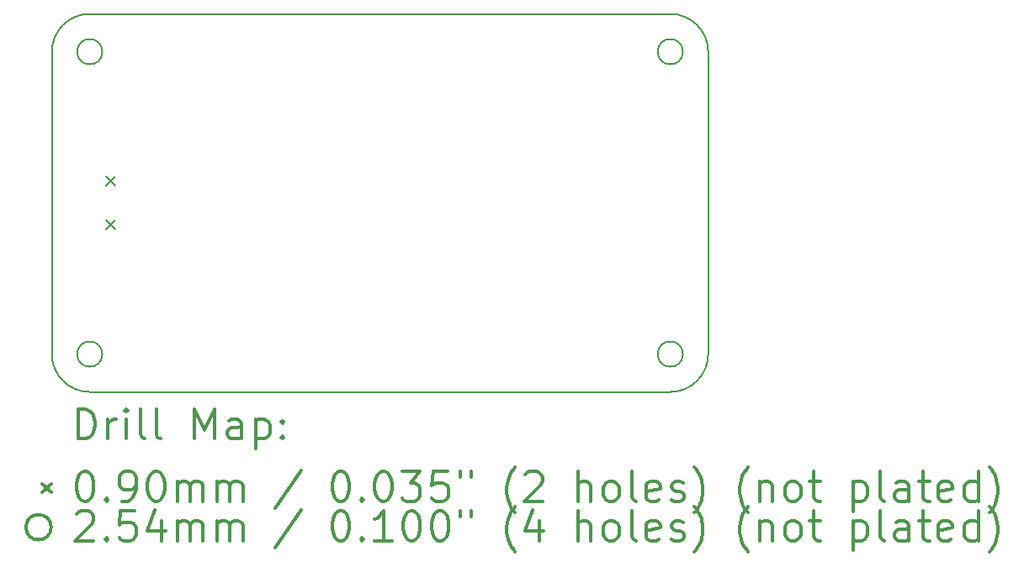
<source format=gbr>
%FSLAX45Y45*%
G04 Gerber Fmt 4.5, Leading zero omitted, Abs format (unit mm)*
G04 Created by KiCad (PCBNEW 4.0.2+dfsg1-stable) date Fri 29 Jul 2016 09:24:40 AM CST*
%MOMM*%
G01*
G04 APERTURE LIST*
%ADD10C,0.127000*%
%ADD11C,0.150000*%
%ADD12C,0.200000*%
%ADD13C,0.300000*%
G04 APERTURE END LIST*
D10*
D11*
X18161000Y-13462000D02*
X17399000Y-13462000D01*
X18542000Y-13081000D02*
X18542000Y-12446000D01*
X18161000Y-13462000D02*
G75*
G03X18542000Y-13081000I0J381000D01*
G01*
X18161000Y-9652000D02*
X17399000Y-9652000D01*
X18542000Y-10033000D02*
X18542000Y-10541000D01*
X18542000Y-10033000D02*
G75*
G03X18161000Y-9652000I-381000J0D01*
G01*
X11938000Y-10033000D02*
X11938000Y-10160000D01*
X12319000Y-9652000D02*
X12700000Y-9652000D01*
X12319000Y-9652000D02*
G75*
G03X11938000Y-10033000I0J-381000D01*
G01*
X11938000Y-13081000D02*
X11938000Y-12954000D01*
X12573000Y-13462000D02*
X12319000Y-13462000D01*
X11938000Y-13081000D02*
G75*
G03X12319000Y-13462000I381000J0D01*
G01*
X13208000Y-13462000D02*
X12573000Y-13462000D01*
X13208000Y-13462000D02*
X17399000Y-13462000D01*
X18542000Y-10541000D02*
X18542000Y-12446000D01*
X14224000Y-9652000D02*
X17399000Y-9652000D01*
X14224000Y-9652000D02*
X12700000Y-9652000D01*
X11938000Y-10160000D02*
X11938000Y-12954000D01*
D12*
X12486132Y-11292078D02*
X12576048Y-11381994D01*
X12576048Y-11292078D02*
X12486132Y-11381994D01*
X12486132Y-11732006D02*
X12576048Y-11821922D01*
X12576048Y-11732006D02*
X12486132Y-11821922D01*
X12446000Y-10033000D02*
G75*
G03X12446000Y-10033000I-127000J0D01*
G01*
X12446000Y-13081000D02*
G75*
G03X12446000Y-13081000I-127000J0D01*
G01*
X18288000Y-10033000D02*
G75*
G03X18288000Y-10033000I-127000J0D01*
G01*
X18288000Y-13081000D02*
G75*
G03X18288000Y-13081000I-127000J0D01*
G01*
D13*
X12201928Y-13935214D02*
X12201928Y-13635214D01*
X12273357Y-13635214D01*
X12316214Y-13649500D01*
X12344786Y-13678071D01*
X12359071Y-13706643D01*
X12373357Y-13763786D01*
X12373357Y-13806643D01*
X12359071Y-13863786D01*
X12344786Y-13892357D01*
X12316214Y-13920929D01*
X12273357Y-13935214D01*
X12201928Y-13935214D01*
X12501928Y-13935214D02*
X12501928Y-13735214D01*
X12501928Y-13792357D02*
X12516214Y-13763786D01*
X12530500Y-13749500D01*
X12559071Y-13735214D01*
X12587643Y-13735214D01*
X12687643Y-13935214D02*
X12687643Y-13735214D01*
X12687643Y-13635214D02*
X12673357Y-13649500D01*
X12687643Y-13663786D01*
X12701928Y-13649500D01*
X12687643Y-13635214D01*
X12687643Y-13663786D01*
X12873357Y-13935214D02*
X12844786Y-13920929D01*
X12830500Y-13892357D01*
X12830500Y-13635214D01*
X13030500Y-13935214D02*
X13001928Y-13920929D01*
X12987643Y-13892357D01*
X12987643Y-13635214D01*
X13373357Y-13935214D02*
X13373357Y-13635214D01*
X13473357Y-13849500D01*
X13573357Y-13635214D01*
X13573357Y-13935214D01*
X13844786Y-13935214D02*
X13844786Y-13778071D01*
X13830500Y-13749500D01*
X13801928Y-13735214D01*
X13744786Y-13735214D01*
X13716214Y-13749500D01*
X13844786Y-13920929D02*
X13816214Y-13935214D01*
X13744786Y-13935214D01*
X13716214Y-13920929D01*
X13701928Y-13892357D01*
X13701928Y-13863786D01*
X13716214Y-13835214D01*
X13744786Y-13820929D01*
X13816214Y-13820929D01*
X13844786Y-13806643D01*
X13987643Y-13735214D02*
X13987643Y-14035214D01*
X13987643Y-13749500D02*
X14016214Y-13735214D01*
X14073357Y-13735214D01*
X14101928Y-13749500D01*
X14116214Y-13763786D01*
X14130500Y-13792357D01*
X14130500Y-13878071D01*
X14116214Y-13906643D01*
X14101928Y-13920929D01*
X14073357Y-13935214D01*
X14016214Y-13935214D01*
X13987643Y-13920929D01*
X14259071Y-13906643D02*
X14273357Y-13920929D01*
X14259071Y-13935214D01*
X14244786Y-13920929D01*
X14259071Y-13906643D01*
X14259071Y-13935214D01*
X14259071Y-13749500D02*
X14273357Y-13763786D01*
X14259071Y-13778071D01*
X14244786Y-13763786D01*
X14259071Y-13749500D01*
X14259071Y-13778071D01*
X11840584Y-14384542D02*
X11930500Y-14474458D01*
X11930500Y-14384542D02*
X11840584Y-14474458D01*
X12259071Y-14265214D02*
X12287643Y-14265214D01*
X12316214Y-14279500D01*
X12330500Y-14293786D01*
X12344786Y-14322357D01*
X12359071Y-14379500D01*
X12359071Y-14450929D01*
X12344786Y-14508071D01*
X12330500Y-14536643D01*
X12316214Y-14550929D01*
X12287643Y-14565214D01*
X12259071Y-14565214D01*
X12230500Y-14550929D01*
X12216214Y-14536643D01*
X12201928Y-14508071D01*
X12187643Y-14450929D01*
X12187643Y-14379500D01*
X12201928Y-14322357D01*
X12216214Y-14293786D01*
X12230500Y-14279500D01*
X12259071Y-14265214D01*
X12487643Y-14536643D02*
X12501928Y-14550929D01*
X12487643Y-14565214D01*
X12473357Y-14550929D01*
X12487643Y-14536643D01*
X12487643Y-14565214D01*
X12644786Y-14565214D02*
X12701928Y-14565214D01*
X12730500Y-14550929D01*
X12744786Y-14536643D01*
X12773357Y-14493786D01*
X12787643Y-14436643D01*
X12787643Y-14322357D01*
X12773357Y-14293786D01*
X12759071Y-14279500D01*
X12730500Y-14265214D01*
X12673357Y-14265214D01*
X12644786Y-14279500D01*
X12630500Y-14293786D01*
X12616214Y-14322357D01*
X12616214Y-14393786D01*
X12630500Y-14422357D01*
X12644786Y-14436643D01*
X12673357Y-14450929D01*
X12730500Y-14450929D01*
X12759071Y-14436643D01*
X12773357Y-14422357D01*
X12787643Y-14393786D01*
X12973357Y-14265214D02*
X13001928Y-14265214D01*
X13030500Y-14279500D01*
X13044786Y-14293786D01*
X13059071Y-14322357D01*
X13073357Y-14379500D01*
X13073357Y-14450929D01*
X13059071Y-14508071D01*
X13044786Y-14536643D01*
X13030500Y-14550929D01*
X13001928Y-14565214D01*
X12973357Y-14565214D01*
X12944786Y-14550929D01*
X12930500Y-14536643D01*
X12916214Y-14508071D01*
X12901928Y-14450929D01*
X12901928Y-14379500D01*
X12916214Y-14322357D01*
X12930500Y-14293786D01*
X12944786Y-14279500D01*
X12973357Y-14265214D01*
X13201928Y-14565214D02*
X13201928Y-14365214D01*
X13201928Y-14393786D02*
X13216214Y-14379500D01*
X13244786Y-14365214D01*
X13287643Y-14365214D01*
X13316214Y-14379500D01*
X13330500Y-14408071D01*
X13330500Y-14565214D01*
X13330500Y-14408071D02*
X13344786Y-14379500D01*
X13373357Y-14365214D01*
X13416214Y-14365214D01*
X13444786Y-14379500D01*
X13459071Y-14408071D01*
X13459071Y-14565214D01*
X13601928Y-14565214D02*
X13601928Y-14365214D01*
X13601928Y-14393786D02*
X13616214Y-14379500D01*
X13644786Y-14365214D01*
X13687643Y-14365214D01*
X13716214Y-14379500D01*
X13730500Y-14408071D01*
X13730500Y-14565214D01*
X13730500Y-14408071D02*
X13744786Y-14379500D01*
X13773357Y-14365214D01*
X13816214Y-14365214D01*
X13844786Y-14379500D01*
X13859071Y-14408071D01*
X13859071Y-14565214D01*
X14444786Y-14250929D02*
X14187643Y-14636643D01*
X14830500Y-14265214D02*
X14859071Y-14265214D01*
X14887643Y-14279500D01*
X14901928Y-14293786D01*
X14916214Y-14322357D01*
X14930500Y-14379500D01*
X14930500Y-14450929D01*
X14916214Y-14508071D01*
X14901928Y-14536643D01*
X14887643Y-14550929D01*
X14859071Y-14565214D01*
X14830500Y-14565214D01*
X14801928Y-14550929D01*
X14787643Y-14536643D01*
X14773357Y-14508071D01*
X14759071Y-14450929D01*
X14759071Y-14379500D01*
X14773357Y-14322357D01*
X14787643Y-14293786D01*
X14801928Y-14279500D01*
X14830500Y-14265214D01*
X15059071Y-14536643D02*
X15073357Y-14550929D01*
X15059071Y-14565214D01*
X15044786Y-14550929D01*
X15059071Y-14536643D01*
X15059071Y-14565214D01*
X15259071Y-14265214D02*
X15287643Y-14265214D01*
X15316214Y-14279500D01*
X15330500Y-14293786D01*
X15344785Y-14322357D01*
X15359071Y-14379500D01*
X15359071Y-14450929D01*
X15344785Y-14508071D01*
X15330500Y-14536643D01*
X15316214Y-14550929D01*
X15287643Y-14565214D01*
X15259071Y-14565214D01*
X15230500Y-14550929D01*
X15216214Y-14536643D01*
X15201928Y-14508071D01*
X15187643Y-14450929D01*
X15187643Y-14379500D01*
X15201928Y-14322357D01*
X15216214Y-14293786D01*
X15230500Y-14279500D01*
X15259071Y-14265214D01*
X15459071Y-14265214D02*
X15644785Y-14265214D01*
X15544785Y-14379500D01*
X15587643Y-14379500D01*
X15616214Y-14393786D01*
X15630500Y-14408071D01*
X15644785Y-14436643D01*
X15644785Y-14508071D01*
X15630500Y-14536643D01*
X15616214Y-14550929D01*
X15587643Y-14565214D01*
X15501928Y-14565214D01*
X15473357Y-14550929D01*
X15459071Y-14536643D01*
X15916214Y-14265214D02*
X15773357Y-14265214D01*
X15759071Y-14408071D01*
X15773357Y-14393786D01*
X15801928Y-14379500D01*
X15873357Y-14379500D01*
X15901928Y-14393786D01*
X15916214Y-14408071D01*
X15930500Y-14436643D01*
X15930500Y-14508071D01*
X15916214Y-14536643D01*
X15901928Y-14550929D01*
X15873357Y-14565214D01*
X15801928Y-14565214D01*
X15773357Y-14550929D01*
X15759071Y-14536643D01*
X16044786Y-14265214D02*
X16044786Y-14322357D01*
X16159071Y-14265214D02*
X16159071Y-14322357D01*
X16601928Y-14679500D02*
X16587643Y-14665214D01*
X16559071Y-14622357D01*
X16544785Y-14593786D01*
X16530500Y-14550929D01*
X16516214Y-14479500D01*
X16516214Y-14422357D01*
X16530500Y-14350929D01*
X16544785Y-14308071D01*
X16559071Y-14279500D01*
X16587643Y-14236643D01*
X16601928Y-14222357D01*
X16701928Y-14293786D02*
X16716214Y-14279500D01*
X16744785Y-14265214D01*
X16816214Y-14265214D01*
X16844786Y-14279500D01*
X16859071Y-14293786D01*
X16873357Y-14322357D01*
X16873357Y-14350929D01*
X16859071Y-14393786D01*
X16687643Y-14565214D01*
X16873357Y-14565214D01*
X17230500Y-14565214D02*
X17230500Y-14265214D01*
X17359071Y-14565214D02*
X17359071Y-14408071D01*
X17344786Y-14379500D01*
X17316214Y-14365214D01*
X17273357Y-14365214D01*
X17244786Y-14379500D01*
X17230500Y-14393786D01*
X17544786Y-14565214D02*
X17516214Y-14550929D01*
X17501928Y-14536643D01*
X17487643Y-14508071D01*
X17487643Y-14422357D01*
X17501928Y-14393786D01*
X17516214Y-14379500D01*
X17544786Y-14365214D01*
X17587643Y-14365214D01*
X17616214Y-14379500D01*
X17630500Y-14393786D01*
X17644786Y-14422357D01*
X17644786Y-14508071D01*
X17630500Y-14536643D01*
X17616214Y-14550929D01*
X17587643Y-14565214D01*
X17544786Y-14565214D01*
X17816214Y-14565214D02*
X17787643Y-14550929D01*
X17773357Y-14522357D01*
X17773357Y-14265214D01*
X18044786Y-14550929D02*
X18016214Y-14565214D01*
X17959071Y-14565214D01*
X17930500Y-14550929D01*
X17916214Y-14522357D01*
X17916214Y-14408071D01*
X17930500Y-14379500D01*
X17959071Y-14365214D01*
X18016214Y-14365214D01*
X18044786Y-14379500D01*
X18059071Y-14408071D01*
X18059071Y-14436643D01*
X17916214Y-14465214D01*
X18173357Y-14550929D02*
X18201929Y-14565214D01*
X18259071Y-14565214D01*
X18287643Y-14550929D01*
X18301929Y-14522357D01*
X18301929Y-14508071D01*
X18287643Y-14479500D01*
X18259071Y-14465214D01*
X18216214Y-14465214D01*
X18187643Y-14450929D01*
X18173357Y-14422357D01*
X18173357Y-14408071D01*
X18187643Y-14379500D01*
X18216214Y-14365214D01*
X18259071Y-14365214D01*
X18287643Y-14379500D01*
X18401928Y-14679500D02*
X18416214Y-14665214D01*
X18444786Y-14622357D01*
X18459071Y-14593786D01*
X18473357Y-14550929D01*
X18487643Y-14479500D01*
X18487643Y-14422357D01*
X18473357Y-14350929D01*
X18459071Y-14308071D01*
X18444786Y-14279500D01*
X18416214Y-14236643D01*
X18401928Y-14222357D01*
X18944786Y-14679500D02*
X18930500Y-14665214D01*
X18901928Y-14622357D01*
X18887643Y-14593786D01*
X18873357Y-14550929D01*
X18859071Y-14479500D01*
X18859071Y-14422357D01*
X18873357Y-14350929D01*
X18887643Y-14308071D01*
X18901928Y-14279500D01*
X18930500Y-14236643D01*
X18944786Y-14222357D01*
X19059071Y-14365214D02*
X19059071Y-14565214D01*
X19059071Y-14393786D02*
X19073357Y-14379500D01*
X19101928Y-14365214D01*
X19144786Y-14365214D01*
X19173357Y-14379500D01*
X19187643Y-14408071D01*
X19187643Y-14565214D01*
X19373357Y-14565214D02*
X19344786Y-14550929D01*
X19330500Y-14536643D01*
X19316214Y-14508071D01*
X19316214Y-14422357D01*
X19330500Y-14393786D01*
X19344786Y-14379500D01*
X19373357Y-14365214D01*
X19416214Y-14365214D01*
X19444786Y-14379500D01*
X19459071Y-14393786D01*
X19473357Y-14422357D01*
X19473357Y-14508071D01*
X19459071Y-14536643D01*
X19444786Y-14550929D01*
X19416214Y-14565214D01*
X19373357Y-14565214D01*
X19559071Y-14365214D02*
X19673357Y-14365214D01*
X19601929Y-14265214D02*
X19601929Y-14522357D01*
X19616214Y-14550929D01*
X19644786Y-14565214D01*
X19673357Y-14565214D01*
X20001929Y-14365214D02*
X20001929Y-14665214D01*
X20001929Y-14379500D02*
X20030500Y-14365214D01*
X20087643Y-14365214D01*
X20116214Y-14379500D01*
X20130500Y-14393786D01*
X20144786Y-14422357D01*
X20144786Y-14508071D01*
X20130500Y-14536643D01*
X20116214Y-14550929D01*
X20087643Y-14565214D01*
X20030500Y-14565214D01*
X20001929Y-14550929D01*
X20316214Y-14565214D02*
X20287643Y-14550929D01*
X20273357Y-14522357D01*
X20273357Y-14265214D01*
X20559071Y-14565214D02*
X20559071Y-14408071D01*
X20544786Y-14379500D01*
X20516214Y-14365214D01*
X20459071Y-14365214D01*
X20430500Y-14379500D01*
X20559071Y-14550929D02*
X20530500Y-14565214D01*
X20459071Y-14565214D01*
X20430500Y-14550929D01*
X20416214Y-14522357D01*
X20416214Y-14493786D01*
X20430500Y-14465214D01*
X20459071Y-14450929D01*
X20530500Y-14450929D01*
X20559071Y-14436643D01*
X20659071Y-14365214D02*
X20773357Y-14365214D01*
X20701929Y-14265214D02*
X20701929Y-14522357D01*
X20716214Y-14550929D01*
X20744786Y-14565214D01*
X20773357Y-14565214D01*
X20987643Y-14550929D02*
X20959072Y-14565214D01*
X20901929Y-14565214D01*
X20873357Y-14550929D01*
X20859072Y-14522357D01*
X20859072Y-14408071D01*
X20873357Y-14379500D01*
X20901929Y-14365214D01*
X20959072Y-14365214D01*
X20987643Y-14379500D01*
X21001929Y-14408071D01*
X21001929Y-14436643D01*
X20859072Y-14465214D01*
X21259072Y-14565214D02*
X21259072Y-14265214D01*
X21259072Y-14550929D02*
X21230500Y-14565214D01*
X21173357Y-14565214D01*
X21144786Y-14550929D01*
X21130500Y-14536643D01*
X21116214Y-14508071D01*
X21116214Y-14422357D01*
X21130500Y-14393786D01*
X21144786Y-14379500D01*
X21173357Y-14365214D01*
X21230500Y-14365214D01*
X21259072Y-14379500D01*
X21373357Y-14679500D02*
X21387643Y-14665214D01*
X21416214Y-14622357D01*
X21430500Y-14593786D01*
X21444786Y-14550929D01*
X21459072Y-14479500D01*
X21459072Y-14422357D01*
X21444786Y-14350929D01*
X21430500Y-14308071D01*
X21416214Y-14279500D01*
X21387643Y-14236643D01*
X21373357Y-14222357D01*
X11930500Y-14825500D02*
G75*
G03X11930500Y-14825500I-127000J0D01*
G01*
X12187643Y-14689786D02*
X12201928Y-14675500D01*
X12230500Y-14661214D01*
X12301928Y-14661214D01*
X12330500Y-14675500D01*
X12344786Y-14689786D01*
X12359071Y-14718357D01*
X12359071Y-14746929D01*
X12344786Y-14789786D01*
X12173357Y-14961214D01*
X12359071Y-14961214D01*
X12487643Y-14932643D02*
X12501928Y-14946929D01*
X12487643Y-14961214D01*
X12473357Y-14946929D01*
X12487643Y-14932643D01*
X12487643Y-14961214D01*
X12773357Y-14661214D02*
X12630500Y-14661214D01*
X12616214Y-14804071D01*
X12630500Y-14789786D01*
X12659071Y-14775500D01*
X12730500Y-14775500D01*
X12759071Y-14789786D01*
X12773357Y-14804071D01*
X12787643Y-14832643D01*
X12787643Y-14904071D01*
X12773357Y-14932643D01*
X12759071Y-14946929D01*
X12730500Y-14961214D01*
X12659071Y-14961214D01*
X12630500Y-14946929D01*
X12616214Y-14932643D01*
X13044786Y-14761214D02*
X13044786Y-14961214D01*
X12973357Y-14646929D02*
X12901928Y-14861214D01*
X13087643Y-14861214D01*
X13201928Y-14961214D02*
X13201928Y-14761214D01*
X13201928Y-14789786D02*
X13216214Y-14775500D01*
X13244786Y-14761214D01*
X13287643Y-14761214D01*
X13316214Y-14775500D01*
X13330500Y-14804071D01*
X13330500Y-14961214D01*
X13330500Y-14804071D02*
X13344786Y-14775500D01*
X13373357Y-14761214D01*
X13416214Y-14761214D01*
X13444786Y-14775500D01*
X13459071Y-14804071D01*
X13459071Y-14961214D01*
X13601928Y-14961214D02*
X13601928Y-14761214D01*
X13601928Y-14789786D02*
X13616214Y-14775500D01*
X13644786Y-14761214D01*
X13687643Y-14761214D01*
X13716214Y-14775500D01*
X13730500Y-14804071D01*
X13730500Y-14961214D01*
X13730500Y-14804071D02*
X13744786Y-14775500D01*
X13773357Y-14761214D01*
X13816214Y-14761214D01*
X13844786Y-14775500D01*
X13859071Y-14804071D01*
X13859071Y-14961214D01*
X14444786Y-14646929D02*
X14187643Y-15032643D01*
X14830500Y-14661214D02*
X14859071Y-14661214D01*
X14887643Y-14675500D01*
X14901928Y-14689786D01*
X14916214Y-14718357D01*
X14930500Y-14775500D01*
X14930500Y-14846929D01*
X14916214Y-14904071D01*
X14901928Y-14932643D01*
X14887643Y-14946929D01*
X14859071Y-14961214D01*
X14830500Y-14961214D01*
X14801928Y-14946929D01*
X14787643Y-14932643D01*
X14773357Y-14904071D01*
X14759071Y-14846929D01*
X14759071Y-14775500D01*
X14773357Y-14718357D01*
X14787643Y-14689786D01*
X14801928Y-14675500D01*
X14830500Y-14661214D01*
X15059071Y-14932643D02*
X15073357Y-14946929D01*
X15059071Y-14961214D01*
X15044786Y-14946929D01*
X15059071Y-14932643D01*
X15059071Y-14961214D01*
X15359071Y-14961214D02*
X15187643Y-14961214D01*
X15273357Y-14961214D02*
X15273357Y-14661214D01*
X15244785Y-14704071D01*
X15216214Y-14732643D01*
X15187643Y-14746929D01*
X15544785Y-14661214D02*
X15573357Y-14661214D01*
X15601928Y-14675500D01*
X15616214Y-14689786D01*
X15630500Y-14718357D01*
X15644785Y-14775500D01*
X15644785Y-14846929D01*
X15630500Y-14904071D01*
X15616214Y-14932643D01*
X15601928Y-14946929D01*
X15573357Y-14961214D01*
X15544785Y-14961214D01*
X15516214Y-14946929D01*
X15501928Y-14932643D01*
X15487643Y-14904071D01*
X15473357Y-14846929D01*
X15473357Y-14775500D01*
X15487643Y-14718357D01*
X15501928Y-14689786D01*
X15516214Y-14675500D01*
X15544785Y-14661214D01*
X15830500Y-14661214D02*
X15859071Y-14661214D01*
X15887643Y-14675500D01*
X15901928Y-14689786D01*
X15916214Y-14718357D01*
X15930500Y-14775500D01*
X15930500Y-14846929D01*
X15916214Y-14904071D01*
X15901928Y-14932643D01*
X15887643Y-14946929D01*
X15859071Y-14961214D01*
X15830500Y-14961214D01*
X15801928Y-14946929D01*
X15787643Y-14932643D01*
X15773357Y-14904071D01*
X15759071Y-14846929D01*
X15759071Y-14775500D01*
X15773357Y-14718357D01*
X15787643Y-14689786D01*
X15801928Y-14675500D01*
X15830500Y-14661214D01*
X16044786Y-14661214D02*
X16044786Y-14718357D01*
X16159071Y-14661214D02*
X16159071Y-14718357D01*
X16601928Y-15075500D02*
X16587643Y-15061214D01*
X16559071Y-15018357D01*
X16544785Y-14989786D01*
X16530500Y-14946929D01*
X16516214Y-14875500D01*
X16516214Y-14818357D01*
X16530500Y-14746929D01*
X16544785Y-14704071D01*
X16559071Y-14675500D01*
X16587643Y-14632643D01*
X16601928Y-14618357D01*
X16844786Y-14761214D02*
X16844786Y-14961214D01*
X16773357Y-14646929D02*
X16701928Y-14861214D01*
X16887643Y-14861214D01*
X17230500Y-14961214D02*
X17230500Y-14661214D01*
X17359071Y-14961214D02*
X17359071Y-14804071D01*
X17344786Y-14775500D01*
X17316214Y-14761214D01*
X17273357Y-14761214D01*
X17244786Y-14775500D01*
X17230500Y-14789786D01*
X17544786Y-14961214D02*
X17516214Y-14946929D01*
X17501928Y-14932643D01*
X17487643Y-14904071D01*
X17487643Y-14818357D01*
X17501928Y-14789786D01*
X17516214Y-14775500D01*
X17544786Y-14761214D01*
X17587643Y-14761214D01*
X17616214Y-14775500D01*
X17630500Y-14789786D01*
X17644786Y-14818357D01*
X17644786Y-14904071D01*
X17630500Y-14932643D01*
X17616214Y-14946929D01*
X17587643Y-14961214D01*
X17544786Y-14961214D01*
X17816214Y-14961214D02*
X17787643Y-14946929D01*
X17773357Y-14918357D01*
X17773357Y-14661214D01*
X18044786Y-14946929D02*
X18016214Y-14961214D01*
X17959071Y-14961214D01*
X17930500Y-14946929D01*
X17916214Y-14918357D01*
X17916214Y-14804071D01*
X17930500Y-14775500D01*
X17959071Y-14761214D01*
X18016214Y-14761214D01*
X18044786Y-14775500D01*
X18059071Y-14804071D01*
X18059071Y-14832643D01*
X17916214Y-14861214D01*
X18173357Y-14946929D02*
X18201929Y-14961214D01*
X18259071Y-14961214D01*
X18287643Y-14946929D01*
X18301929Y-14918357D01*
X18301929Y-14904071D01*
X18287643Y-14875500D01*
X18259071Y-14861214D01*
X18216214Y-14861214D01*
X18187643Y-14846929D01*
X18173357Y-14818357D01*
X18173357Y-14804071D01*
X18187643Y-14775500D01*
X18216214Y-14761214D01*
X18259071Y-14761214D01*
X18287643Y-14775500D01*
X18401928Y-15075500D02*
X18416214Y-15061214D01*
X18444786Y-15018357D01*
X18459071Y-14989786D01*
X18473357Y-14946929D01*
X18487643Y-14875500D01*
X18487643Y-14818357D01*
X18473357Y-14746929D01*
X18459071Y-14704071D01*
X18444786Y-14675500D01*
X18416214Y-14632643D01*
X18401928Y-14618357D01*
X18944786Y-15075500D02*
X18930500Y-15061214D01*
X18901928Y-15018357D01*
X18887643Y-14989786D01*
X18873357Y-14946929D01*
X18859071Y-14875500D01*
X18859071Y-14818357D01*
X18873357Y-14746929D01*
X18887643Y-14704071D01*
X18901928Y-14675500D01*
X18930500Y-14632643D01*
X18944786Y-14618357D01*
X19059071Y-14761214D02*
X19059071Y-14961214D01*
X19059071Y-14789786D02*
X19073357Y-14775500D01*
X19101928Y-14761214D01*
X19144786Y-14761214D01*
X19173357Y-14775500D01*
X19187643Y-14804071D01*
X19187643Y-14961214D01*
X19373357Y-14961214D02*
X19344786Y-14946929D01*
X19330500Y-14932643D01*
X19316214Y-14904071D01*
X19316214Y-14818357D01*
X19330500Y-14789786D01*
X19344786Y-14775500D01*
X19373357Y-14761214D01*
X19416214Y-14761214D01*
X19444786Y-14775500D01*
X19459071Y-14789786D01*
X19473357Y-14818357D01*
X19473357Y-14904071D01*
X19459071Y-14932643D01*
X19444786Y-14946929D01*
X19416214Y-14961214D01*
X19373357Y-14961214D01*
X19559071Y-14761214D02*
X19673357Y-14761214D01*
X19601929Y-14661214D02*
X19601929Y-14918357D01*
X19616214Y-14946929D01*
X19644786Y-14961214D01*
X19673357Y-14961214D01*
X20001929Y-14761214D02*
X20001929Y-15061214D01*
X20001929Y-14775500D02*
X20030500Y-14761214D01*
X20087643Y-14761214D01*
X20116214Y-14775500D01*
X20130500Y-14789786D01*
X20144786Y-14818357D01*
X20144786Y-14904071D01*
X20130500Y-14932643D01*
X20116214Y-14946929D01*
X20087643Y-14961214D01*
X20030500Y-14961214D01*
X20001929Y-14946929D01*
X20316214Y-14961214D02*
X20287643Y-14946929D01*
X20273357Y-14918357D01*
X20273357Y-14661214D01*
X20559071Y-14961214D02*
X20559071Y-14804071D01*
X20544786Y-14775500D01*
X20516214Y-14761214D01*
X20459071Y-14761214D01*
X20430500Y-14775500D01*
X20559071Y-14946929D02*
X20530500Y-14961214D01*
X20459071Y-14961214D01*
X20430500Y-14946929D01*
X20416214Y-14918357D01*
X20416214Y-14889786D01*
X20430500Y-14861214D01*
X20459071Y-14846929D01*
X20530500Y-14846929D01*
X20559071Y-14832643D01*
X20659071Y-14761214D02*
X20773357Y-14761214D01*
X20701929Y-14661214D02*
X20701929Y-14918357D01*
X20716214Y-14946929D01*
X20744786Y-14961214D01*
X20773357Y-14961214D01*
X20987643Y-14946929D02*
X20959072Y-14961214D01*
X20901929Y-14961214D01*
X20873357Y-14946929D01*
X20859072Y-14918357D01*
X20859072Y-14804071D01*
X20873357Y-14775500D01*
X20901929Y-14761214D01*
X20959072Y-14761214D01*
X20987643Y-14775500D01*
X21001929Y-14804071D01*
X21001929Y-14832643D01*
X20859072Y-14861214D01*
X21259072Y-14961214D02*
X21259072Y-14661214D01*
X21259072Y-14946929D02*
X21230500Y-14961214D01*
X21173357Y-14961214D01*
X21144786Y-14946929D01*
X21130500Y-14932643D01*
X21116214Y-14904071D01*
X21116214Y-14818357D01*
X21130500Y-14789786D01*
X21144786Y-14775500D01*
X21173357Y-14761214D01*
X21230500Y-14761214D01*
X21259072Y-14775500D01*
X21373357Y-15075500D02*
X21387643Y-15061214D01*
X21416214Y-15018357D01*
X21430500Y-14989786D01*
X21444786Y-14946929D01*
X21459072Y-14875500D01*
X21459072Y-14818357D01*
X21444786Y-14746929D01*
X21430500Y-14704071D01*
X21416214Y-14675500D01*
X21387643Y-14632643D01*
X21373357Y-14618357D01*
M02*

</source>
